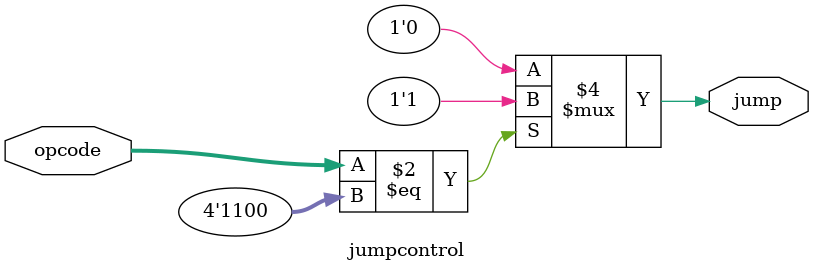
<source format=v>
module jumpcontrol(input [3:0] opcode,
			  output reg jump);
				  
always @*
begin
	if (opcode == 4'b1100) jump=1'b1;
	else jump=1'b0;
end
endmodule
</source>
